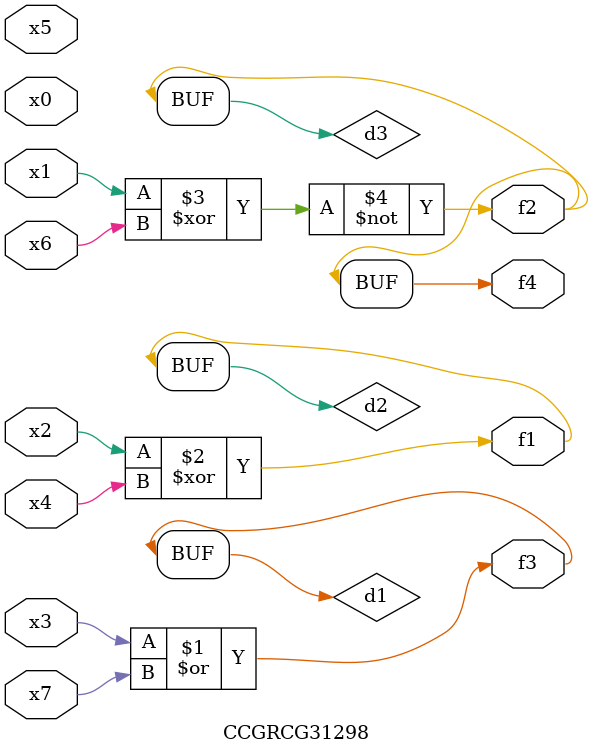
<source format=v>
module CCGRCG31298(
	input x0, x1, x2, x3, x4, x5, x6, x7,
	output f1, f2, f3, f4
);

	wire d1, d2, d3;

	or (d1, x3, x7);
	xor (d2, x2, x4);
	xnor (d3, x1, x6);
	assign f1 = d2;
	assign f2 = d3;
	assign f3 = d1;
	assign f4 = d3;
endmodule

</source>
